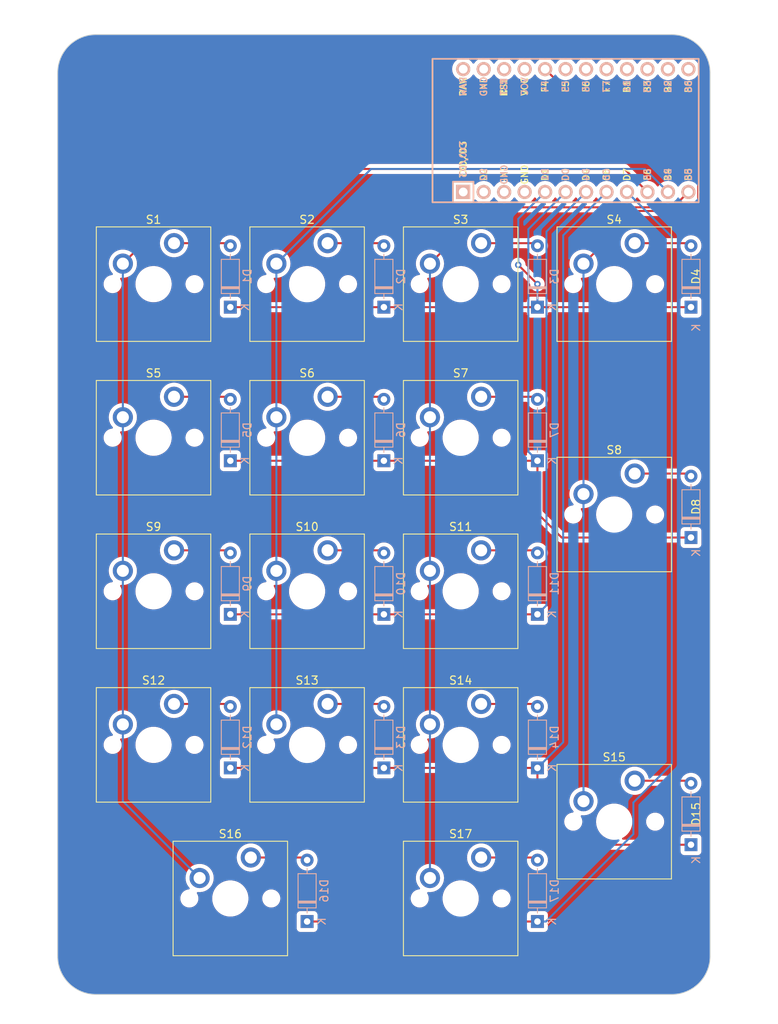
<source format=kicad_pcb>
(kicad_pcb (version 20221018) (generator pcbnew)
  (layers (0 "F.Cu" signal) (31 "B.Cu" signal) (34 "B.Paste" user) (35 "F.Paste" user) (36 "B.SilkS" user "B.Silkscreen") (37 "F.SilkS" user "F.Silkscreen") (38 "B.Mask" user) (39 "F.Mask" user) (44 "Edge.Cuts" user))
  (net 0 "")
  (net 1 "Row 0")
  (net 2 "Net-(D1-A)")
  (net 3 "Net-(D2-A)")
  (net 4 "Net-(D3-A)")
  (net 5 "Net-(D4-A)")
  (net 6 "Row 1")
  (net 7 "Net-(D5-A)")
  (net 8 "Net-(D6-A)")
  (net 9 "Net-(D7-A)")
  (net 10 "Net-(D8-A)")
  (net 11 "Row 2")
  (net 12 "Net-(D9-A)")
  (net 13 "Net-(D10-A)")
  (net 14 "Net-(D11-A)")
  (net 15 "Row 3")
  (net 16 "Net-(D12-A)")
  (net 17 "Net-(D13-A)")
  (net 18 "Net-(D14-A)")
  (net 19 "Net-(D15-A)")
  (net 20 "Row 4")
  (net 21 "Net-(D16-A)")
  (net 22 "Net-(D17-A)")
  (net 23 "Column 0")
  (net 24 "Column 1")
  (net 25 "Column 2")
  (net 26 "Column 3")
  (footprint "ScottoKeebs_MCU:Arduino_Pro_Micro" (layer "F.Cu") (at 175.5775 46.99 90)
    (fp_text reference "U1" hide)
    (fp_text value "Arduino_Pro_Micro" hide)
    (fp_text user "D4" (at -5.461 1.27 90) (layer "B.SilkS") (effects (font (size 0.8 0.8)) (justify mirror)))
    (fp_text user "ST" (at 5.04 -8.91 90) (layer "B.SilkS") (effects (font (size 0.8 0.8)) (justify mirror)))
    (fp_text user "B6" (at 5.461 13.97 90) (layer "B.SilkS") (effects (font (size 0.8 0.8)) (justify mirror)))
    (fp_text user "D2" (at -5.461 -11.43 90) (layer "B.SilkS") (effects (font (size 0.8 0.8)) (justify mirror)))
    (fp_text user "E6" (at -5.461 8.89 90) (layer "B.SilkS") (effects (font (size 0.8 0.8)) (justify mirror)))
    (fp_text user "F7" (at 5.461 3.81 90) (layer "B.SilkS") (effects (font (size 0.8 0.8)) (justify mirror)))
    (fp_text user "B5" (at -5.461 13.97 90) (layer "B.SilkS") (effects (font (size 0.8 0.8)) (justify mirror)))
    (fp_text user "D1" (at -5.461 -3.81 90) (layer "B.SilkS") (effects (font (size 0.8 0.8)) (justify mirror)))
    (fp_text user "B3" (at 5.461 8.89 90) (layer "B.SilkS") (effects (font (size 0.8 0.8)) (justify mirror)))
    (fp_text user "F6" (at 5.461 1.27 90) (layer "B.SilkS") (effects (font (size 0.8 0.8)) (justify mirror)))
    (fp_text user "GND" (at 5.461 -11.43 90) (layer "B.SilkS") (effects (font (size 0.8 0.8)) (justify mirror)))
    (fp_text user "C6" (at -5.461 3.81 90) (layer "B.SilkS") (effects (font (size 0.8 0.8)) (justify mirror)))
    (fp_text user "VCC" (at 5.461 -6.35 90) (layer "B.SilkS") (effects (font (size 0.8 0.8)) (justify mirror)))
    (fp_text user "D0" (at -5.461 -1.27 90) (layer "B.SilkS") (effects (font (size 0.8 0.8)) (justify mirror)))
    (fp_text user "GND" (at -5.461 -8.89 90) (layer "B.SilkS") (effects (font (size 0.8 0.8)) (justify mirror)))
    (fp_text user "F5" (at 5.461 -1.27 90) (layer "B.SilkS") (effects (font (size 0.8 0.8)) (justify mirror)))
    (fp_text user "RAW" (at 5.461 -13.97 90) (layer "B.SilkS") (effects (font (size 0.8 0.8)) (justify mirror)))
    (fp_text user "B1" (at 5.461 6.35 90) (layer "B.SilkS") (effects (font (size 0.8 0.8)) (justify mirror)))
    (fp_text user "F4" (at 5.461 -3.81 90) (layer "B.SilkS") (effects (font (size 0.8 0.8)) (justify mirror)))
    (fp_text user "B4" (at -5.461 11.43 90) (layer "B.SilkS") (effects (font (size 0.8 0.8)) (justify mirror)))
    (fp_text user "B2" (at 5.461 11.43 90) (layer "B.SilkS") (effects (font (size 0.8 0.8)) (justify mirror)))
    (fp_text user "TX0/D3" (at -3.571872 -13.97 90) (layer "B.SilkS") (effects (font (size 0.8 0.8)) (justify mirror)))
    (fp_text user "B1" (at 5.461 6.35 90) (layer "F.SilkS") (effects (font (size 0.8 0.8))))
    (fp_text user "RAW" (at 5.461 -13.97 90) (layer "F.SilkS") (effects (font (size 0.8 0.8))))
    (fp_text user "B2" (at 5.461 11.43 90) (layer "F.SilkS") (effects (font (size 0.8 0.8))))
    (fp_text user "E6" (at -5.461 8.89 90) (layer "F.SilkS") (effects (font (size 0.8 0.8))))
    (fp_text user "B5" (at -5.461 13.97 90) (layer "F.SilkS") (effects (font (size 0.8 0.8))))
    (fp_text user "GND" (at -5.461 -8.89 90) (layer "F.SilkS") (effects (font (size 0.8 0.8))))
    (fp_text user "F6" (at 5.461 1.27 90) (layer "F.SilkS") (effects (font (size 0.8 0.8))))
    (fp_text user "D7" (at -5.461 6.35 90) (layer "F.SilkS") (effects (font (size 0.8 0.8))))
    (fp_text user "GND" (at 5.461 -11.43 90) (layer "F.SilkS") (effects (font (size 0.8 0.8))))
    (fp_text user "ST" (at 5.73312 -8.92 90) (layer "F.SilkS") (effects (font (size 0.8 0.8))))
    (fp_text user "VCC" (at 5.461 -6.35 90) (layer "F.SilkS") (effects (font (size 0.8 0.8))))
    (fp_text user "B6" (at 5.461 13.97 90) (layer "F.SilkS") (effects (font (size 0.8 0.8))))
    (fp_text user "F4" (at 5.461 -3.81 90) (layer "F.SilkS") (effects (font (size 0.8 0.8))))
    (fp_text user "B4" (at -5.461 11.43 90) (layer "F.SilkS") (effects (font (size 0.8 0.8))))
    (fp_text user "F7" (at 5.461 3.81 90) (layer "F.SilkS") (effects (font (size 0.8 0.8))))
    (fp_text user "D1" (at -5.461 -3.81 90) (layer "F.SilkS") (effects (font (size 0.8 0.8))))
    (fp_text user "C6" (at -5.461 3.81 90) (layer "F.SilkS") (effects (font (size 0.8 0.8))))
    (fp_text user "D0" (at -5.461 -1.27 90) (layer "F.SilkS") (effects (font (size 0.8 0.8))))
    (fp_text user "GND" (at -5.461 -6.35 90) (layer "F.SilkS") (effects (font (size 0.8 0.8))))
    (fp_text user "F5" (at 5.461 -1.27 90) (layer "F.SilkS") (effects (font (size 0.8 0.8))))
    (fp_text user "TX0/D3" (at -3.571872 -13.97 90) (layer "F.SilkS") (effects (font (size 0.8 0.8))))
    (fp_text user "D4" (at -5.461 1.27 90) (layer "F.SilkS") (effects (font (size 0.8 0.8))))
    (fp_text user "B3" (at 5.461 8.89 90) (layer "F.SilkS") (effects (font (size 0.8 0.8))))
    (fp_text user "D2" (at -5.461 -11.43 90) (layer "F.SilkS") (effects (font (size 0.8 0.8))))
    (pad "1" thru_hole rect (at -7.62 -13.97) (size 1.7526 1.7526) (drill 1.0922) (layers "*.Cu" "*.SilkS" "*.Mask"))
    (pad "2" thru_hole circle (at -7.62 -11.43) (size 1.7526 1.7526) (drill 1.0922) (layers "*.Cu" "*.SilkS" "*.Mask"))
    (pad "3" thru_hole circle (at -7.62 -8.89) (size 1.7526 1.7526) (drill 1.0922) (layers "*.Cu" "*.SilkS" "*.Mask"))
    (pad "4" thru_hole circle (at -7.62 -6.35) (size 1.7526 1.7526) (drill 1.0922) (layers "*.Cu" "*.SilkS" "*.Mask"))
    (pad "5" thru_hole circle (at -7.62 -3.81) (size 1.7526 1.7526) (drill 1.0922) (layers "*.Cu" "*.SilkS" "*.Mask") (net 1 "Row 0"))
    (pad "6" thru_hole circle (at -7.62 -1.27) (size 1.7526 1.7526) (drill 1.0922) (layers "*.Cu" "*.SilkS" "*.Mask") (net 6 "Row 1"))
    (pad "7" thru_hole circle (at -7.62 1.27) (size 1.7526 1.7526) (drill 1.0922) (layers "*.Cu" "*.SilkS" "*.Mask") (net 11 "Row 2"))
    (pad "8" thru_hole circle (at -7.62 3.81) (size 1.7526 1.7526) (drill 1.0922) (layers "*.Cu" "*.SilkS" "*.Mask") (net 15 "Row 3"))
    (pad "9" thru_hole circle (at -7.62 6.35) (size 1.7526 1.7526) (drill 1.0922) (layers "*.Cu" "*.SilkS" "*.Mask") (net 20 "Row 4"))
    (pad "10" thru_hole circle (at -7.62 8.89) (size 1.7526 1.7526) (drill 1.0922) (layers "*.Cu" "*.SilkS" "*.Mask") (net 23 "Column 0"))
    (pad "11" thru_hole circle (at -7.62 11.43) (size 1.7526 1.7526) (drill 1.0922) (layers "*.Cu" "*.SilkS" "*.Mask") (net 24 "Column 1"))
    (pad "12" thru_hole circle (at -7.62 13.97) (size 1.7526 1.7526) (drill 1.0922) (layers "*.Cu" "*.SilkS" "*.Mask") (net 25 "Column 2"))
    (pad "13" thru_hole circle (at 7.62 13.97) (size 1.7526 1.7526) (drill 1.0922) (layers "*.Cu" "*.SilkS" "*.Mask"))
    (pad "14" thru_hole circle (at 7.62 11.43) (size 1.7526 1.7526) (drill 1.0922) (layers "*.Cu" "*.SilkS" "*.Mask"))
    (pad "15" thru_hole circle (at 7.62 8.89) (size 1.7526 1.7526) (drill 1.0922) (layers "*.Cu" "*.SilkS" "*.Mask"))
    (pad "16" thru_hole circle (at 7.62 6.35) (size 1.7526 1.7526) (drill 1.0922) (layers "*.Cu" "*.SilkS" "*.Mask"))
    (pad "17" thru_hole circle (at 7.62 3.81) (size 1.7526 1.7526) (drill 1.0922) (layers "*.Cu" "*.SilkS" "*.Mask"))
    (pad "18" thru_hole circle (at 7.62 1.27) (size 1.7526 1.7526) (drill 1.0922) (layers "*.Cu" "*.SilkS" "*.Mask"))
    (pad "19" thru_hole circle (at 7.62 -1.27) (size 1.7526 1.7526) (drill 1.0922) (layers "*.Cu" "*.SilkS" "*.Mask"))
    (pad "20" thru_hole circle (at 7.62 -3.81) (size 1.7526 1.7526) (drill 1.0922) (layers "*.Cu" "*.SilkS" "*.Mask") (net 26 "Column 3"))
    (pad "21" thru_hole circle (at 7.62 -6.35) (size 1.7526 1.7526) (drill 1.0922) (layers "*.Cu" "*.SilkS" "*.Mask"))
    (pad "22" thru_hole circle (at 7.62 -8.89) (size 1.7526 1.7526) (drill 1.0922) (layers "*.Cu" "*.SilkS" "*.Mask"))
    (pad "23" thru_hole circle (at 7.62 -11.43) (size 1.7526 1.7526) (drill 1.0922) (layers "*.Cu" "*.SilkS" "*.Mask"))
    (pad "24" thru_hole circle (at 7.62 -13.97) (size 1.7526 1.7526) (drill 1.0922) (layers "*.Cu" "*.SilkS" "*.Mask"))
  )
  (footprint "ScottoKeebs_MX:MX_PCB_2.00u_90deg" (layer "F.Cu") (at 180.34 132.715)
    (fp_text reference "S15" (at 0 -8) (layer "F.SilkS"))
    (fp_text value "Keyswitch")
    (pad "" np_thru_hole circle (at -5.08 0) (size 1.75 1.75) (drill 1.75) (layers "*.Cu" "*.Mask"))
    (pad "" np_thru_hole circle (at 0 0) (size 4 4) (drill 4) (layers "*.Cu" "*.Mask"))
    (pad "" np_thru_hole circle (at 5.08 0) (size 1.75 1.75) (drill 1.75) (layers "*.Cu" "*.Mask"))
    (pad "1" thru_hole circle (at -3.81 -2.54) (size 2.5 2.5) (drill 1.5) (layers "*.Cu" "*.Mask") (net 26 "Column 3"))
    (pad "2" thru_hole circle (at 2.54 -5.08) (size 2.5 2.5) (drill 1.5) (layers "*.Cu" "*.Mask") (net 19 "Net-(D15-A)"))
  )
  (footprint "ScottoKeebs_MX:MX_PCB_1.00u" (layer "F.Cu") (at 161.29 104.14)
    (fp_text reference "S11" (at 0 -8) (layer "F.SilkS"))
    (fp_text value "Keyswitch")
    (pad "" np_thru_hole circle (at -5.08 0) (size 1.75 1.75) (drill 1.75) (layers "*.Cu" "*.Mask"))
    (pad "" np_thru_hole circle (at 0 0) (size 4 4) (drill 4) (layers "*.Cu" "*.Mask"))
    (pad "" np_thru_hole circle (at 5.08 0) (size 1.75 1.75) (drill 1.75) (layers "*.Cu" "*.Mask"))
    (pad "1" thru_hole circle (at -3.81 -2.54) (size 2.5 2.5) (drill 1.5) (layers "*.Cu" "*.Mask") (net 25 "Column 2"))
    (pad "2" thru_hole circle (at 2.54 -5.08) (size 2.5 2.5) (drill 1.5) (layers "*.Cu" "*.Mask") (net 14 "Net-(D11-A)"))
  )
  (footprint "ScottoKeebs_MX:MX_PCB_1.00u" (layer "F.Cu") (at 161.29 66.04)
    (fp_text reference "S3" (at 0 -8) (layer "F.SilkS"))
    (fp_text value "Keyswitch")
    (pad "" np_thru_hole circle (at -5.08 0) (size 1.75 1.75) (drill 1.75) (layers "*.Cu" "*.Mask"))
    (pad "" np_thru_hole circle (at 0 0) (size 4 4) (drill 4) (layers "*.Cu" "*.Mask"))
    (pad "" np_thru_hole circle (at 5.08 0) (size 1.75 1.75) (drill 1.75) (layers "*.Cu" "*.Mask"))
    (pad "1" thru_hole circle (at -3.81 -2.54) (size 2.5 2.5) (drill 1.5) (layers "*.Cu" "*.Mask") (net 25 "Column 2"))
    (pad "2" thru_hole circle (at 2.54 -5.08) (size 2.5 2.5) (drill 1.5) (layers "*.Cu" "*.Mask") (net 4 "Net-(D3-A)"))
  )
  (footprint "ScottoKeebs_MX:MX_PCB_1.00u" (layer "F.Cu") (at 123.19 66.04)
    (fp_text reference "S1" (at 0 -8) (layer "F.SilkS"))
    (fp_text value "Keyswitch")
    (pad "" np_thru_hole circle (at -5.08 0) (size 1.75 1.75) (drill 1.75) (layers "*.Cu" "*.Mask"))
    (pad "" np_thru_hole circle (at 0 0) (size 4 4) (drill 4) (layers "*.Cu" "*.Mask"))
    (pad "" np_thru_hole circle (at 5.08 0) (size 1.75 1.75) (drill 1.75) (layers "*.Cu" "*.Mask"))
    (pad "1" thru_hole circle (at -3.81 -2.54) (size 2.5 2.5) (drill 1.5) (layers "*.Cu" "*.Mask") (net 23 "Column 0"))
    (pad "2" thru_hole circle (at 2.54 -5.08) (size 2.5 2.5) (drill 1.5) (layers "*.Cu" "*.Mask") (net 2 "Net-(D1-A)"))
  )
  (footprint "ScottoKeebs_MX:MX_PCB_1.00u" (layer "F.Cu") (at 142.24 85.09)
    (fp_text reference "S6" (at 0 -8) (layer "F.SilkS"))
    (fp_text value "Keyswitch")
    (pad "" np_thru_hole circle (at -5.08 0) (size 1.75 1.75) (drill 1.75) (layers "*.Cu" "*.Mask"))
    (pad "" np_thru_hole circle (at 0 0) (size 4 4) (drill 4) (layers "*.Cu" "*.Mask"))
    (pad "" np_thru_hole circle (at 5.08 0) (size 1.75 1.75) (drill 1.75) (layers "*.Cu" "*.Mask"))
    (pad "1" thru_hole circle (at -3.81 -2.54) (size 2.5 2.5) (drill 1.5) (layers "*.Cu" "*.Mask") (net 24 "Column 1"))
    (pad "2" thru_hole circle (at 2.54 -5.08) (size 2.5 2.5) (drill 1.5) (layers "*.Cu" "*.Mask") (net 8 "Net-(D6-A)"))
  )
  (footprint "ScottoKeebs_MX:MX_PCB_2.00u_90deg" (layer "F.Cu") (at 180.34 94.615)
    (fp_text reference "S8" (at 0 -8) (layer "F.SilkS"))
    (fp_text value "Keyswitch")
    (pad "" np_thru_hole circle (at -5.08 0) (size 1.75 1.75) (drill 1.75) (layers "*.Cu" "*.Mask"))
    (pad "" np_thru_hole circle (at 0 0) (size 4 4) (drill 4) (layers "*.Cu" "*.Mask"))
    (pad "" np_thru_hole circle (at 5.08 0) (size 1.75 1.75) (drill 1.75) (layers "*.Cu" "*.Mask"))
    (pad "1" thru_hole circle (at -3.81 -2.54) (size 2.5 2.5) (drill 1.5) (layers "*.Cu" "*.Mask") (net 26 "Column 3"))
    (pad "2" thru_hole circle (at 2.54 -5.08) (size 2.5 2.5) (drill 1.5) (layers "*.Cu" "*.Mask") (net 10 "Net-(D8-A)"))
  )
  (footprint "ScottoKeebs_MX:MX_PCB_1.00u" (layer "F.Cu") (at 142.24 104.14)
    (fp_text reference "S10" (at 0 -8) (layer "F.SilkS"))
    (fp_text value "Keyswitch")
    (pad "" np_thru_hole circle (at -5.08 0) (size 1.75 1.75) (drill 1.75) (layers "*.Cu" "*.Mask"))
    (pad "" np_thru_hole circle (at 0 0) (size 4 4) (drill 4) (layers "*.Cu" "*.Mask"))
    (pad "" np_thru_hole circle (at 5.08 0) (size 1.75 1.75) (drill 1.75) (layers "*.Cu" "*.Mask"))
    (pad "1" thru_hole circle (at -3.81 -2.54) (size 2.5 2.5) (drill 1.5) (layers "*.Cu" "*.Mask") (net 24 "Column 1"))
    (pad "2" thru_hole circle (at 2.54 -5.08) (size 2.5 2.5) (drill 1.5) (layers "*.Cu" "*.Mask") (net 13 "Net-(D10-A)"))
  )
  (footprint "ScottoKeebs_MX:MX_PCB_1.00u" (layer "F.Cu") (at 123.19 104.14)
    (fp_text reference "S9" (at 0 -8) (layer "F.SilkS"))
    (fp_text value "Keyswitch")
    (pad "" np_thru_hole circle (at -5.08 0) (size 1.75 1.75) (drill 1.75) (layers "*.Cu" "*.Mask"))
    (pad "" np_thru_hole circle (at 0 0) (size 4 4) (drill 4) (layers "*.Cu" "*.Mask"))
    (pad "" np_thru_hole circle (at 5.08 0) (size 1.75 1.75) (drill 1.75) (layers "*.Cu" "*.Mask"))
    (pad "1" thru_hole circle (at -3.81 -2.54) (size 2.5 2.5) (drill 1.5) (layers "*.Cu" "*.Mask") (net 23 "Column 0"))
    (pad "2" thru_hole circle (at 2.54 -5.08) (size 2.5 2.5) (drill 1.5) (layers "*.Cu" "*.Mask") (net 12 "Net-(D9-A)"))
  )
  (footprint "ScottoKeebs_MX:MX_PCB_1.00u" (layer "F.Cu") (at 161.29 123.19)
    (fp_text reference "S14" (at 0 -8) (layer "F.SilkS"))
    (fp_text value "Keyswitch")
    (pad "" np_thru_hole circle (at -5.08 0) (size 1.75 1.75) (drill 1.75) (layers "*.Cu" "*.Mask"))
    (pad "" np_thru_hole circle (at 0 0) (size 4 4) (drill 4) (layers "*.Cu" "*.Mask"))
    (pad "" np_thru_hole circle (at 5.08 0) (size 1.75 1.75) (drill 1.75) (layers "*.Cu" "*.Mask"))
    (pad "1" thru_hole circle (at -3.81 -2.54) (size 2.5 2.5) (drill 1.5) (layers "*.Cu" "*.Mask") (net 25 "Column 2"))
    (pad "2" thru_hole circle (at 2.54 -5.08) (size 2.5 2.5) (drill 1.5) (layers "*.Cu" "*.Mask") (net 18 "Net-(D14-A)"))
  )
  (footprint "ScottoKeebs_MX:MX_PCB_2.00u" (layer "F.Cu") (at 132.715 142.24)
    (fp_text reference "S16" (at 0 -8) (layer "F.SilkS"))
    (fp_text value "Keyswitch")
    (pad "" np_thru_hole circle (at -5.08 0) (size 1.75 1.75) (drill 1.75) (layers "*.Cu" "*.Mask"))
    (pad "" np_thru_hole circle (at 0 0) (size 4 4) (drill 4) (layers "*.Cu" "*.Mask"))
    (pad "" np_thru_hole circle (at 5.08 0) (size 1.75 1.75) (drill 1.75) (layers "*.Cu" "*.Mask"))
    (pad "1" thru_hole circle (at -3.81 -2.54) (size 2.5 2.5) (drill 1.5) (layers "*.Cu" "*.Mask") (net 23 "Column 0"))
    (pad "2" thru_hole circle (at 2.54 -5.08) (size 2.5 2.5) (drill 1.5) (layers "*.Cu" "*.Mask") (net 21 "Net-(D16-A)"))
  )
  (footprint "ScottoKeebs_MX:MX_PCB_1.00u" (layer "F.Cu") (at 161.29 85.09)
    (fp_text reference "S7" (at 0 -8) (layer "F.SilkS"))
    (fp_text value "Keyswitch")
    (pad "" np_thru_hole circle (at -5.08 0) (size 1.75 1.75) (drill 1.75) (layers "*.Cu" "*.Mask"))
    (pad "" np_thru_hole circle (at 0 0) (size 4 4) (drill 4) (layers "*.Cu" "*.Mask"))
    (pad "" np_thru_hole circle (at 5.08 0) (size 1.75 1.75) (drill 1.75) (layers "*.Cu" "*.Mask"))
    (pad "1" thru_hole circle (at -3.81 -2.54) (size 2.5 2.5) (drill 1.5) (layers "*.Cu" "*.Mask") (net 25 "Column 2"))
    (pad "2" thru_hole circle (at 2.54 -5.08) (size 2.5 2.5) (drill 1.5) (layers "*.Cu" "*.Mask") (net 9 "Net-(D7-A)"))
  )
  (footprint "ScottoKeebs_MX:MX_PCB_1.00u" (layer "F.Cu") (at 142.24 66.04)
    (fp_text reference "S2" (at 0 -8) (layer "F.SilkS"))
    (fp_text value "Keyswitch")
    (pad "" np_thru_hole circle (at -5.08 0) (size 1.75 1.75) (drill 1.75) (layers "*.Cu" "*.Mask"))
    (pad "" np_thru_hole circle (at 0 0) (size 4 4) (drill 4) (layers "*.Cu" "*.Mask"))
    (pad "" np_thru_hole circle (at 5.08 0) (size 1.75 1.75) (drill 1.75) (layers "*.Cu" "*.Mask"))
    (pad "1" thru_hole circle (at -3.81 -2.54) (size 2.5 2.5) (drill 1.5) (layers "*.Cu" "*.Mask") (net 24 "Column 1"))
    (pad "2" thru_hole circle (at 2.54 -5.08) (size 2.5 2.5) (drill 1.5) (layers "*.Cu" "*.Mask") (net 3 "Net-(D2-A)"))
  )
  (footprint "ScottoKeebs_MX:MX_PCB_1.00u" (layer "F.Cu") (at 161.29 142.24)
    (fp_text reference "S17" (at 0 -8) (layer "F.SilkS"))
    (fp_text value "Keyswitch")
    (pad "" np_thru_hole circle (at -5.08 0) (size 1.75 1.75) (drill 1.75) (layers "*.Cu" "*.Mask"))
    (pad "" np_thru_hole circle (at 0 0) (size 4 4) (drill 4) (layers "*.Cu" "*.Mask"))
    (pad "" np_thru_hole circle (at 5.08 0) (size 1.75 1.75) (drill 1.75) (layers "*.Cu" "*.Mask"))
    (pad "1" thru_hole circle (at -3.81 -2.54) (size 2.5 2.5) (drill 1.5) (layers "*.Cu" "*.Mask") (net 25 "Column 2"))
    (pad "2" thru_hole circle (at 2.54 -5.08) (size 2.5 2.5) (drill 1.5) (layers "*.Cu" "*.Mask") (net 22 "Net-(D17-A)"))
  )
  (footprint "ScottoKeebs_MX:MX_PCB_1.00u" (layer "F.Cu") (at 123.19 85.09)
    (fp_text reference "S5" (at 0 -8) (layer "F.SilkS"))
    (fp_text value "Keyswitch")
    (pad "" np_thru_hole circle (at -5.08 0) (size 1.75 1.75) (drill 1.75) (layers "*.Cu" "*.Mask"))
    (pad "" np_thru_hole circle (at 0 0) (size 4 4) (drill 4) (layers "*.Cu" "*.Mask"))
    (pad "" np_thru_hole circle (at 5.08 0) (size 1.75 1.75) (drill 1.75) (layers "*.Cu" "*.Mask"))
    (pad "1" thru_hole circle (at -3.81 -2.54) (size 2.5 2.5) (drill 1.5) (layers "*.Cu" "*.Mask") (net 23 "Column 0"))
    (pad "2" thru_hole circle (at 2.54 -5.08) (size 2.5 2.5) (drill 1.5) (layers "*.Cu" "*.Mask") (net 7 "Net-(D5-A)"))
  )
  (footprint "ScottoKeebs_MX:MX_PCB_1.00u" (layer "F.Cu") (at 180.34 66.04)
    (fp_text reference "S4" (at 0 -8) (layer "F.SilkS"))
    (fp_text value "Keyswitch")
    (pad "" np_thru_hole circle (at -5.08 0) (size 1.75 1.75) (drill 1.75) (layers "*.Cu" "*.Mask"))
    (pad "" np_thru_hole circle (at 0 0) (size 4 4) (drill 4) (layers "*.Cu" "*.Mask"))
    (pad "" np_thru_hole circle (at 5.08 0) (size 1.75 1.75) (drill 1.75) (layers "*.Cu" "*.Mask"))
    (pad "1" thru_hole circle (at -3.81 -2.54) (size 2.5 2.5) (drill 1.5) (layers "*.Cu" "*.Mask") (net 26 "Column 3"))
    (pad "2" thru_hole circle (at 2.54 -5.08) (size 2.5 2.5) (drill 1.5) (layers "*.Cu" "*.Mask") (net 5 "Net-(D4-A)"))
  )
  (footprint "ScottoKeebs_MX:MX_PCB_1.00u" (layer "F.Cu") (at 142.24 123.19)
    (fp_text reference "S13" (at 0 -8) (layer "F.SilkS"))
    (fp_text value "Keyswitch")
    (pad "" np_thru_hole circle (at -5.08 0) (size 1.75 1.75) (drill 1.75) (layers "*.Cu" "*.Mask"))
    (pad "" np_thru_hole circle (at 0 0) (size 4 4) (drill 4) (layers "*.Cu" "*.Mask"))
    (pad "" np_thru_hole circle (at 5.08 0) (size 1.75 1.75) (drill 1.75) (layers "*.Cu" "*.Mask"))
    (pad "1" thru_hole circle (at -3.81 -2.54) (size 2.5 2.5) (drill 1.5) (layers "*.Cu" "*.Mask") (net 24 "Column 1"))
    (pad "2" thru_hole circle (at 2.54 -5.08) (size 2.5 2.5) (drill 1.5) (layers "*.Cu" "*.Mask") (net 17 "Net-(D13-A)"))
  )
  (footprint "ScottoKeebs_MX:MX_PCB_1.00u" (layer "F.Cu") (at 123.19 123.19)
    (fp_text reference "S12" (at 0 -8) (layer "F.SilkS"))
    (fp_text value "Keyswitch")
    (pad "" np_thru_hole circle (at -5.08 0) (size 1.75 1.75) (drill 1.75) (layers "*.Cu" "*.Mask"))
    (pad "" np_thru_hole circle (at 0 0) (size 4 4) (drill 4) (layers "*.Cu" "*.Mask"))
    (pad "" np_thru_hole circle (at 5.08 0) (size 1.75 1.75) (drill 1.75) (layers "*.Cu" "*.Mask"))
    (pad "1" thru_hole circle (at -3.81 -2.54) (size 2.5 2.5) (drill 1.5) (layers "*.Cu" "*.Mask") (net 23 "Column 0"))
    (pad "2" thru_hole circle (at 2.54 -5.08) (size 2.5 2.5) (drill 1.5) (layers "*.Cu" "*.Mask") (net 16 "Net-(D12-A)"))
  )
  (footprint "ScottoKeebs_Components:Diode_DO-35" (layer "B.Cu") (at 151.765 68.8975 90)
    (fp_text reference "D2" (at 3.81 2.12 90) (layer "B.SilkS") (effects (justify mirror)))
    (fp_text value "Diode")
    (fp_text user "K" (at 0 1.8 90) (layer "B.SilkS") (effects (justify mirror)))
    (pad "1" thru_hole rect (at 0 0 90) (size 1.6 1.6) (drill 0.8) (layers "*.Cu" "*.Mask") (net 1 "Row 0"))
    (pad "2" thru_hole oval (at 7.62 0 90) (size 1.6 1.6) (drill 0.8) (layers "*.Cu" "*.Mask") (net 3 "Net-(D2-A)"))
  )
  (footprint "ScottoKeebs_Components:Diode_DO-35" (layer "B.Cu") (at 170.815 126.0475 90)
    (fp_text reference "D14" (at 3.81 2.12 90) (layer "B.SilkS") (effects (justify mirror)))
    (fp_text value "Diode")
    (fp_text user "K" (at 0 1.8 90) (layer "B.SilkS") (effects (justify mirror)))
    (pad "1" thru_hole rect (at 0 0 90) (size 1.6 1.6) (drill 0.8) (layers "*.Cu" "*.Mask") (net 15 "Row 3"))
    (pad "2" thru_hole oval (at 7.62 0 90) (size 1.6 1.6) (drill 0.8) (layers "*.Cu" "*.Mask") (net 18 "Net-(D14-A)"))
  )
  (footprint "ScottoKeebs_Components:Diode_DO-35" (layer "B.Cu") (at 170.815 87.9475 90)
    (fp_text reference "D7" (at 3.81 2.12 90) (layer "B.SilkS") (effects (justify mirror)))
    (fp_text value "Diode")
    (fp_text user "K" (at 0 1.8 90) (layer "B.SilkS") (effects (justify mirror)))
    (pad "1" thru_hole rect (at 0 0 90) (size 1.6 1.6) (drill 0.8) (layers "*.Cu" "*.Mask") (net 6 "Row 1"))
    (pad "2" thru_hole oval (at 7.62 0 90) (size 1.6 1.6) (drill 0.8) (layers "*.Cu" "*.Mask") (net 9 "Net-(D7-A)"))
  )
  (footprint "ScottoKeebs_Components:Diode_DO-35" (layer "B.Cu") (at 151.765 126.0475 90)
    (fp_text reference "D13" (at 3.81 2.12 90) (layer "B.SilkS") (effects (justify mirror)))
    (fp_text value "Diode")
    (fp_text user "K" (at 0 1.8 90) (layer "B.SilkS") (effects (justify mirror)))
    (pad "1" thru_hole rect (at 0 0 90) (size 1.6 1.6) (drill 0.8) (layers "*.Cu" "*.Mask") (net 15 "Row 3"))
    (pad "2" thru_hole oval (at 7.62 0 90) (size 1.6 1.6) (drill 0.8) (layers "*.Cu" "*.Mask") (net 17 "Net-(D13-A)"))
  )
  (footprint "ScottoKeebs_Components:Diode_DO-35" (layer "B.Cu") (at 142.24 145.0975 90)
    (fp_text reference "D16" (at 3.81 2.12 90) (layer "B.SilkS") (effects (justify mirror)))
    (fp_text value "Diode")
    (fp_text user "K" (at 0 1.8 90) (layer "B.SilkS") (effects (justify mirror)))
    (pad "1" thru_hole rect (at 0 0 90) (size 1.6 1.6) (drill 0.8) (layers "*.Cu" "*.Mask") (net 20 "Row 4"))
    (pad "2" thru_hole oval (at 7.62 0 90) (size 1.6 1.6) (drill 0.8) (layers "*.Cu" "*.Mask") (net 21 "Net-(D16-A)"))
  )
  (footprint "ScottoKeebs_Components:Diode_DO-35" (layer "B.Cu") (at 189.865 97.4725 90)
    (fp_text reference "D8" (at 3.81 0.635 90) (layer "F.SilkS"))
    (fp_text value "Diode")
    (fp_text user "K" (at -1.905 0.635 90) (layer "B.SilkS") (effects (justify mirror)))
    (pad "1" thru_hole rect (at 0 0 90) (size 1.6 1.6) (drill 0.8) (layers "*.Cu" "*.Mask") (net 6 "Row 1"))
    (pad "2" thru_hole oval (at 7.62 0 90) (size 1.6 1.6) (drill 0.8) (layers "*.Cu" "*.Mask") (net 10 "Net-(D8-A)"))
  )
  (footprint "ScottoKeebs_Components:Diode_DO-35" (layer "B.Cu") (at 151.765 106.9975 90)
    (fp_text reference "D10" (at 3.81 2.12 90) (layer "B.SilkS") (effects (justify mirror)))
    (fp_text value "Diode")
    (fp_text user "K" (at 0 1.8 90) (layer "B.SilkS") (effects (justify mirror)))
    (pad "1" thru_hole rect (at 0 0 90) (size 1.6 1.6) (drill 0.8) (layers "*.Cu" "*.Mask") (net 11 "Row 2"))
    (pad "2" thru_hole oval (at 7.62 0 90) (size 1.6 1.6) (drill 0.8) (layers "*.Cu" "*.Mask") (net 13 "Net-(D10-A)"))
  )
  (footprint "ScottoKeebs_Components:Diode_DO-35" (layer "B.Cu") (at 189.865 135.5725 90)
    (fp_text reference "D15" (at 3.81 0.635 90) (layer "F.SilkS"))
    (fp_text value "Diode")
    (fp_text user "K" (at -1.905 0.635 90) (layer "B.SilkS") (effects (justify mirror)))
    (pad "1" thru_hole rect (at 0 0 90) (size 1.6 1.6) (drill 0.8) (layers "*.Cu" "*.Mask") (net 15 "Row 3"))
    (pad "2" thru_hole oval (at 7.62 0 90) (size 1.6 1.6) (drill 0.8) (layers "*.Cu" "*.Mask") (net 19 "Net-(D15-A)"))
  )
  (footprint "ScottoKeebs_Components:Diode_DO-35" (layer "B.Cu") (at 151.765 87.9475 90)
    (fp_text reference "D6" (at 3.81 2.12 90) (layer "B.SilkS") (effects (justify mirror)))
    (fp_text value "Diode")
    (fp_text user "K" (at 0 1.8 90) (layer "B.SilkS") (effects (justify mirror)))
    (pad "1" thru_hole rect (at 0 0 90) (size 1.6 1.6) (drill 0.8) (layers "*.Cu" "*.Mask") (net 6 "Row 1"))
    (pad "2" thru_hole oval (at 7.62 0 90) (size 1.6 1.6) (drill 0.8) (layers "*.Cu" "*.Mask") (net 8 "Net-(D6-A)"))
  )
  (footprint "ScottoKeebs_Components:Diode_DO-35" (layer "B.Cu") (at 132.715 126.0475 90)
    (fp_text reference "D12" (at 3.81 2.12 90) (layer "B.SilkS") (effects (justify mirror)))
    (fp_text value "Diode")
    (fp_text user "K" (at 0 1.8 90) (layer "B.SilkS") (effects (justify mirror)))
    (pad "1" thru_hole rect (at 0 0 90) (size 1.6 1.6) (drill 0.8) (layers "*.Cu" "*.Mask") (net 15 "Row 3"))
    (pad "2" thru_hole oval (at 7.62 0 90) (size 1.6 1.6) (drill 0.8) (layers "*.Cu" "*.Mask") (net 16 "Net-(D12-A)"))
  )
  (footprint "ScottoKeebs_Components:Diode_DO-35" (layer "B.Cu") (at 132.715 106.9975 90)
    (fp_text reference "D9" (at 3.81 2.12 90) (layer "B.SilkS") (effects (justify mirror)))
    (fp_text value "Diode")
    (fp_text user "K" (at 0 1.8 90) (layer "B.SilkS") (effects (justify mirror)))
    (pad "1" thru_hole rect (at 0 0 90) (size 1.6 1.6) (drill 0.8) (layers "*.Cu" "*.Mask") (net 11 "Row 2"))
    (pad "2" thru_hole oval (at 7.62 0 90) (size 1.6 1.6) (drill 0.8) (layers "*.Cu" "*.Mask") (net 12 "Net-(D9-A)"))
  )
  (footprint "ScottoKeebs_Components:Diode_DO-35" (layer "B.Cu") (at 189.865 68.8975 90)
    (fp_text reference "D4" (at 3.81 0.635 90) (layer "F.SilkS"))
    (fp_text value "Diode")
    (fp_text user "K" (at -2.54 0.635 90) (layer "B.SilkS") (effects (justify mirror)))
    (pad "1" thru_hole rect (at 0 0 90) (size 1.6 1.6) (drill 0.8) (layers "*.Cu" "*.Mask") (net 1 "Row 0"))
    (pad "2" thru_hole oval (at 7.62 0 90) (size 1.6 1.6) (drill 0.8) (layers "*.Cu" "*.Mask") (net 5 "Net-(D4-A)"))
  )
  (footprint "ScottoKeebs_Components:Diode_DO-35" (layer "B.Cu") (at 132.715 68.8975 90)
    (fp_text reference "D1" (at 3.81 2.12 90) (layer "B.SilkS") (effects (justify mirror)))
    (fp_text value "Diode")
    (fp_text user "K" (at 0 1.8 90) (layer "B.SilkS") (effects (justify mirror)))
    (pad "1" thru_hole rect (at 0 0 90) (size 1.6 1.6) (drill 0.8) (layers "*.Cu" "*.Mask") (net 1 "Row 0"))
    (pad "2" thru_hole oval (at 7.62 0 90) (size 1.6 1.6) (drill 0.8) (layers "*.Cu" "*.Mask") (net 2 "Net-(D1-A)"))
  )
  (footprint "ScottoKeebs_Components:Diode_DO-35" (layer "B.Cu") (at 132.715 87.9475 90)
    (fp_text reference "D5" (at 3.81 2.12 90) (layer "B.SilkS") (effects (justify mirror)))
    (fp_text value "Diode")
    (fp_text user "K" (at 0 1.8 90) (layer "B.SilkS") (effects (justify mirror)))
    (pad "1" thru_hole rect (at 0 0 90) (size 1.6 1.6) (drill 0.8) (layers "*.Cu" "*.Mask") (net 6 "Row 1"))
    (pad "2" thru_hole oval (at 7.62 0 90) (size 1.6 1.6) (drill 0.8) (layers "*.Cu" "*.Mask") (net 7 "Net-(D5-A)"))
  )
  (footprint "ScottoKeebs_Components:Diode_DO-35" (layer "B.Cu") (at 170.815 106.9975 90)
    (fp_text reference "D11" (at 3.81 2.12 90) (layer "B.SilkS") (effects (justify mirror)))
    (fp_text value "Diode")
    (fp_text user "K" (at 0 1.8 90) (layer "B.SilkS") (effects (justify mirror)))
    (pad "1" thru_hole rect (at 0 0 90) (size 1.6 1.6) (drill 0.8) (layers "*.Cu" "*.Mask") (net 11 "Row 2"))
    (pad "2" thru_hole oval (at 7.62 0 90) (size 1.6 1.6) (drill 0.8) (layers "*.Cu" "*.Mask") (net 14 "Net-(D11-A)"))
  )
  (footprint "ScottoKeebs_Components:Diode_DO-35" (layer "B.Cu") (at 170.815 68.8975 90)
    (fp_text reference "D3" (at 3.81 2.12 90) (layer "B.SilkS") (effects (justify mirror)))
    (fp_text value "Diode")
    (fp_text user "K" (at 0 1.8 90) (layer "B.SilkS") (effects (justify mirror)))
    (pad "1" thru_hole rect (at 0 0 90) (size 1.6 1.6) (drill 0.8) (layers "*.Cu" "*.Mask") (net 1 "Row 0"))
    (pad "2" thru_hole oval (at 7.62 0 90) (size 1.6 1.6) (drill 0.8) (layers "*.Cu" "*.Mask") (net 4 "Net-(D3-A)"))
  )
  (footprint "ScottoKeebs_Components:Diode_DO-35" (layer "B.Cu") (at 170.815 145.0975 90)
    (fp_text reference "D17" (at 3.81 2.12 90) (layer "B.SilkS") (effects (justify mirror)))
    (fp_text value "Diode")
    (fp_text user "K" (at 0 1.8 90) (layer "B.SilkS") (effects (justify mirror)))
    (pad "1" thru_hole rect (at 0 0 90) (size 1.6 1.6) (drill 0.8) (layers "*.Cu" "*.Mask") (net 20 "Row 4"))
    (pad "2" thru_hole oval (at 7.62 0 90) (size 1.6 1.6) (drill 0.8) (layers "*.Cu" "*.Mask") (net 22 "Net-(D17-A)"))
  )
  (gr_arc (start 111.28375 39.84625) (mid 112.678654 36.478654) (end 116.04625 35.08375) (stroke (width 0.1)) (layer "Edge.Cuts"))
  (gr_arc (start 187.48375 35.08375) (mid 190.851331 36.478669) (end 192.24625 39.84625) (stroke (width 0.1)) (layer "Edge.Cuts"))
  (gr_line (start 187.48375 154.14625) (end 116.04625 154.14625) (stroke (width 0.1)) (layer "Edge.Cuts"))
  (gr_line (start 192.24625 39.84625) (end 192.24625 149.38375) (stroke (width 0.1)) (layer "Edge.Cuts"))
  (gr_line (start 111.28375 149.38375) (end 111.28375 39.84625) (stroke (width 0.1)) (layer "Edge.Cuts"))
  (gr_arc (start 192.24625 149.38375) (mid 190.851346 152.751346) (end 187.48375 154.14625) (stroke (width 0.1)) (layer "Edge.Cuts"))
  (gr_line (start 116.04625 35.08375) (end 187.48375 35.08375) (stroke (width 0.1)) (layer "Edge.Cuts"))
  (gr_arc (start 116.04625 154.14625) (mid 112.678669 152.751331) (end 111.28375 149.38375) (stroke (width 0.1)) (layer "Edge.Cuts"))
  (segment (start 151.765 68.8975) (end 189.865 68.8975) (width 0.25) (layer "F.Cu") (net 1))
  (segment (start 170.815 66.04) (end 168.43375 63.65875) (width 0.25) (layer "F.Cu") (net 1))
  (segment (start 132.715 68.8975) (end 151.765 68.8975) (width 0.25) (layer "F.Cu") (net 1))
  (via (at 168.43375 63.65875) (size 0.8) (drill 0.4) (layers "F.Cu" "B.Cu") (net 1))
  (via (at 170.815 66.04) (size 0.8) (drill 0.4) (layers "F.Cu" "B.Cu") (net 1))
  (segment (start 170.815 68.8975) (end 170.815 66.04) (width 0.25) (layer "B.Cu") (net 1))
  (segment (start 171.94 54.7825) (end 171.7675 54.61) (width 0.25) (layer "B.Cu") (net 1))
  (segment (start 171.7675 54.61) (end 168.43375 57.94375) (width 0.25) (layer "B.Cu") (net 1))
  (segment (start 168.43375 57.94375) (end 168.43375 63.65875) (width 0.25) (layer "B.Cu") (net 1))
  (segment (start 132.3975 60.96) (end 132.715 61.2775) (width 0.25) (layer "F.Cu") (net 2))
  (segment (start 125.73 60.96) (end 132.3975 60.96) (width 0.25) (layer "F.Cu") (net 2))
  (segment (start 144.78 60.96) (end 151.4475 60.96) (width 0.25) (layer "F.Cu") (net 3))
  (segment (start 151.4475 60.96) (end 151.765 61.2775) (width 0.25) (layer "F.Cu") (net 3))
  (segment (start 163.83 60.96) (end 170.4975 60.96) (width 0.25) (layer "F.Cu") (net 4))
  (segment (start 170.4975 60.96) (end 170.815 61.2775) (width 0.25) (layer "F.Cu") (net 4))
  (segment (start 189.5475 60.96) (end 189.865 61.2775) (width 0.25) (layer "F.Cu") (net 5))
  (segment (start 182.88 60.96) (end 189.5475 60.96) (width 0.25) (layer "F.Cu") (net 5))
  (segment (start 173.820492 97.4725) (end 189.865 97.4725) (width 0.25) (layer "F.Cu") (net 6))
  (segment (start 170.815 87.9475) (end 170.815 94.467008) (width 0.25) (layer "F.Cu") (net 6))
  (segment (start 132.715 87.9475) (end 170.815 87.9475) (width 0.25) (layer "F.Cu") (net 6))
  (segment (start 170.815 94.467008) (end 173.820492 97.4725) (width 0.25) (layer "F.Cu") (net 6))
  (segment (start 169.69 59.2275) (end 174.3075 54.61) (width 0.25) (layer "B.Cu") (net 6))
  (segment (start 170.815 87.9475) (end 169.69 86.8225) (width 0.25) (layer "B.Cu") (net 6))
  (segment (start 169.69 86.8225) (end 169.69 59.2275) (width 0.25) (layer "B.Cu") (net 6))
  (segment (start 125.73 80.01) (end 132.3975 80.01) (width 0.25) (layer "F.Cu") (net 7))
  (segment (start 132.3975 80.01) (end 132.715 80.3275) (width 0.25) (layer "F.Cu") (net 7))
  (segment (start 144.78 80.01) (end 151.4475 80.01) (width 0.25) (layer "F.Cu") (net 8))
  (segment (start 151.4475 80.01) (end 151.765 80.3275) (width 0.25) (layer "F.Cu") (net 8))
  (segment (start 170.4975 80.01) (end 170.815 80.3275) (width 0.25) (layer "F.Cu") (net 9))
  (segment (start 163.83 80.01) (end 170.4975 80.01) (width 0.25) (layer "F.Cu") (net 9))
  (segment (start 189.5475 89.535) (end 189.865 89.8525) (width 0.25) (layer "F.Cu") (net 10))
  (segment (start 182.88 89.535) (end 189.5475 89.535) (width 0.25) (layer "F.Cu") (net 10))
  (segment (start 132.715 106.9975) (end 170.815 106.9975) (width 0.25) (layer "F.Cu") (net 11))
  (segment (start 171.94 59.5175) (end 176.8475 54.61) (width 0.25) (layer "B.Cu") (net 11))
  (segment (start 170.815 106.9975) (end 171.94 105.8725) (width 0.25) (layer "B.Cu") (net 11))
  (segment (start 171.94 105.8725) (end 171.94 59.5175) (width 0.25) (layer "B.Cu") (net 11))
  (segment (start 125.73 99.06) (end 132.3975 99.06) (width 0.25) (layer "F.Cu") (net 12))
  (segment (start 132.3975 99.06) (end 132.715 99.3775) (width 0.25) (layer "F.Cu") (net 12))
  (segment (start 144.78 99.06) (end 151.4475 99.06) (width 0.25) (layer "F.Cu") (net 13))
  (segment (start 151.4475 99.06) (end 151.765 99.3775) (width 0.25) (layer "F.Cu") (net 13))
  (segment (start 170.4975 99.06) (end 170.815 99.3775) (width 0.25) (layer "F.Cu") (net 14))
  (segment (start 163.83 99.06) (end 170.4975 99.06) (width 0.25) (layer "F.Cu") (net 14))
  (segment (start 170.815 126.0475) (end 170.815 132.715) (width 0.25) (layer "F.Cu") (net 15))
  (segment (start 173.6725 135.5725) (end 189.865 135.5725) (width 0.25) (layer "F.Cu") (net 15))
  (segment (start 132.715 126.0475) (end 170.815 126.0475) (width 0.25) (layer "F.Cu") (net 15))
  (segment (start 170.815 132.715) (end 173.6725 135.5725) (width 0.25) (layer "F.Cu") (net 15))
  (segment (start 170.815 126.0475) (end 174.01 122.8525) (width 0.25) (layer "B.Cu") (net 15))
  (segment (start 174.01 122.8525) (end 174.01 59.9875) (width 0.25) (layer "B.Cu") (net 15))
  (segment (start 174.01 59.9875) (end 179.3875 54.61) (width 0.25) (layer "B.Cu") (net 15))
  (segment (start 125.73 118.11) (end 132.3975 118.11) (width 0.25) (layer "F.Cu") (net 16))
  (segment (start 132.3975 118.11) (end 132.715 118.4275) (width 0.25) (layer "F.Cu") (net 16))
  (segment (start 151.4475 118.11) (end 151.765 118.4275) (width 0.25) (layer "F.Cu") (net 17))
  (segment (start 144.78 118.11) (end 151.4475 118.11) (width 0.25) (layer "F.Cu") (net 17))
  (segment (start 170.4975 118.11) (end 170.815 118.4275) (width 0.25) (layer "F.Cu") (net 18))
  (segment (start 163.83 118.11) (end 170.4975 118.11) (width 0.25) (layer "F.Cu") (net 18))
  (segment (start 182.88 127.635) (end 189.5475 127.635) (width 0.25) (layer "F.Cu") (net 19))
  (segment (start 189.5475 127.635) (end 189.865 127.9525) (width 0.25) (layer "F.Cu") (net 19))
  (segment (start 142.24 145.0975) (end 170.815 145.0975) (width 0.25) (layer "F.Cu") (net 20))
  (segment (start 171.865 145.0975) (end 182.715 134.2475) (width 0.25) (layer "B.Cu") (net 20))
  (segment (start 170.815 145.0975) (end 171.865 145.0975) (width 0.25) (layer "B.Cu") (net 20))
  (segment (start 187.48375 60.16625) (end 181.9275 54.61) (width 0.25) (layer "B.Cu") (net 20))
  (segment (start 182.715 134.2475) (end 182.715 130.34) (width 0.25) (layer "B.Cu") (net 20))
  (segment (start 187.48375 125.57125) (end 187.48375 60.16625) (width 0.25) (layer "B.Cu") (net 20))
  (segment (start 182.715 130.34) (end 187.48375 125.57125) (width 0.25) (layer "B.Cu") (net 20))
  (segment (start 141.9225 137.16) (end 142.24 137.4775) (width 0.25) (layer "F.Cu") (net 21))
  (segment (start 135.255 137.16) (end 141.9225 137.16) (width 0.25) (layer "F.Cu") (net 21))
  (segment (start 170.4975 137.16) (end 170.815 137.4775) (width 0.25) (layer "F.Cu") (net 22))
  (segment (start 163.83 137.16) (end 170.4975 137.16) (width 0.25) (layer "F.Cu") (net 22))
  (segment (start 131.1275 51.7525) (end 181.61 51.7525) (width 0.25) (layer "F.Cu") (net 23))
  (segment (start 181.61 51.7525) (end 184.4675 54.61) (width 0.25) (layer "F.Cu") (net 23))
  (segment (start 119.38 63.5) (end 131.1275 51.7525) (width 0.25) (layer "F.Cu") (net 23))
  (segment (start 119.38 130.175) (end 119.38 120.65) (width 0.25) (layer "B.Cu") (net 23))
  (segment (start 128.905 139.7) (end 119.38 130.175) (width 0.25) (layer "B.Cu") (net 23))
  (segment (start 119.38 120.65) (end 119.38 63.5) (width 0.25) (layer "B.Cu") (net 23))
  (segment (start 138.43 120.65) (end 138.43 63.5) (width 0.25) (layer "B.Cu") (net 24))
  (segment (start 138.43 63.5) (end 150.1775 51.7525) (width 0.25) (layer "B.Cu") (net 24))
  (segment (start 184.15 51.7525) (end 187.0075 54.61) (width 0.25) (layer "B.Cu") (net 24))
  (segment (start 150.1775 51.7525) (end 184.15 51.7525) (width 0.25) (layer "B.Cu") (net 24))
  (segment (start 157.48 63.5) (end 164.465 56.515) (width 0.25) (layer "F.Cu") (net 25))
  (segment (start 164.465 56.515) (end 187.6425 56.515) (width 0.25) (layer "F.Cu") (net 25))
  (segment (start 187.6425 56.515) (end 189.5475 54.61) (width 0.25) (layer "F.Cu") (net 25))
  (segment (start 157.48 139.7) (end 157.48 63.5) (width 0.25) (layer "B.Cu") (net 25))
  (segment (start 182.72125 44.60875) (end 177.00625 44.60875) (width 0.25) (layer "F.Cu") (net 26))
  (segment (start 190.7488 52.6363) (end 182.72125 44.60875) (width 0.25) (layer "F.Cu") (net 26))
  (segment (start 183.065 56.965) (end 189.415 56.965) (width 0.25) (layer "F.Cu") (net 26))
  (segment (start 190.7488 55.6312) (end 190.7488 52.6363) (width 0.25) (layer "F.Cu") (net 26))
  (segment (start 177.00625 44.60875) (end 171.7675 39.37) (width 0.25) (layer "F.Cu") (net 26))
  (segment (start 189.415 56.965) (end 190.7488 55.6312) (width 0.25) (layer "F.Cu") (net 26))
  (segment (start 176.53 63.5) (end 183.065 56.965) (width 0.25) (layer "F.Cu") (net 26))
  (segment (start 176.53 130.175) (end 176.53 63.5) (width 0.25) (layer "B.Cu") (net 26))
  (zone (net 0) (net_name "") (layers "F&B.Cu") (connect_pads (clearance 0.5)) (min_thickness 0.25) (fill yes (thermal_gap 0.5) (thermal_bridge_width 0.5) (island_removal_mode 1) (island_area_min 10))
    (polygon (pts (xy 104.14 30.7975) (xy 104.14 157.7975) (xy 200.66 157.7975) (xy 200.66 30.7975)))
  )
)
</source>
